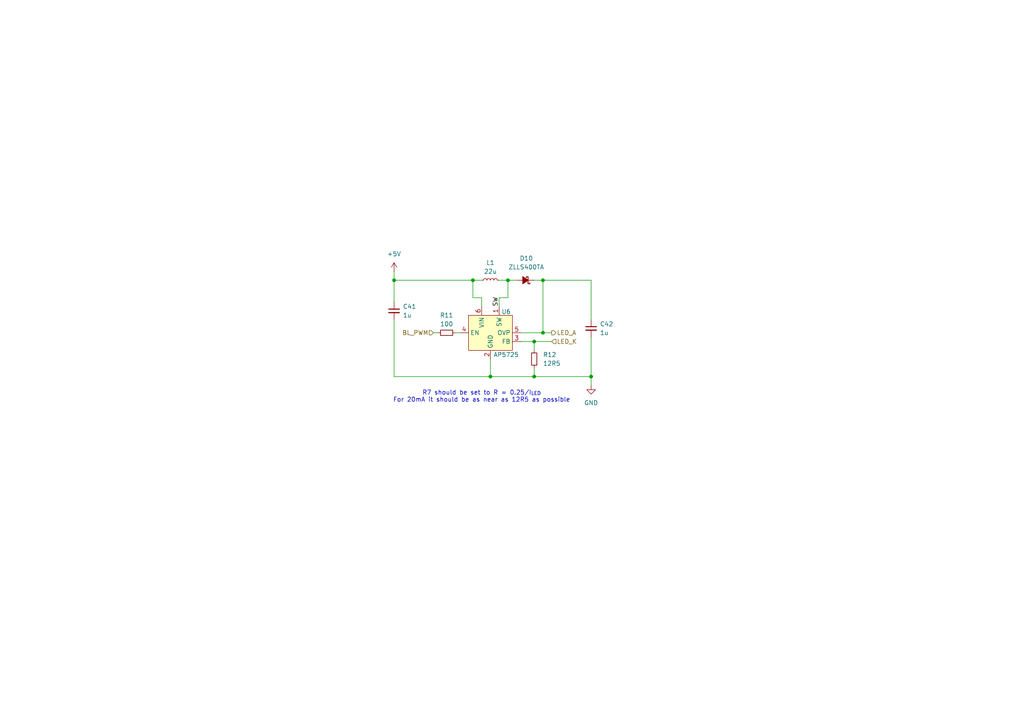
<source format=kicad_sch>
(kicad_sch (version 20231120) (generator "eeschema") (generator_version "8.0")
  (paper "A4")
  (title_block (title "Backlight Driver") (date "2024-03-11") (rev "1") (company "https://github.com/Cuprum77"))
  (lib_symbols
    (symbol "AP5725:AP5725"
      (property "Reference" "U" (at 0 9.398 0))
      (property "Value" "AP5725" (at 4.572 -6.604 0))
      (property "Footprint" "Package_TO_SOT_SMD:SOT-23-6" (at -0.254 -13.97 0))
      (symbol "AP5725_1_1"
        (rectangle (start -6.35 5.08) (end 6.35 -5.08) (fill (type background)))
        (pin input line (at 2.54 7.62 270) (length 2.54) (name "SW") (number "1"))
        (pin input line (at 0 -7.62 90) (length 2.54) (name "GND") (number "2"))
        (pin input line (at 8.89 -2.54 180) (length 2.54) (name "FB") (number "3"))
        (pin input line (at -8.89 0 0) (length 2.54) (name "EN") (number "4"))
        (pin input line (at 8.89 0 180) (length 2.54) (name "OVP") (number "5"))
        (pin input line (at -2.54 7.62 270) (length 2.54) (name "VIN") (number "6"))
      )
    )
    (symbol "Device:C_Small" (pin_numbers hide) (pin_names (offset 0.254) hide)
      (property "Reference" "C" (at 0.254 1.778 0))
      (property "Value" "C_Small" (at 0.254 -2.032 0))
      (symbol "C_Small_0_1"
        (polyline (pts (xy -1.524 -0.508) (xy 1.524 -0.508)) (stroke (width 0.3302)))
        (polyline (pts (xy -1.524 0.508) (xy 1.524 0.508)) (stroke (width 0.3048)))
      )
      (symbol "C_Small_1_1"
        (pin passive line (at 0 2.54 270) (length 2.032) (name "~") (number "1"))
        (pin passive line (at 0 -2.54 90) (length 2.032) (name "~") (number "2"))
      )
    )
    (symbol "Device:D_Schottky_Small_Filled" (pin_numbers hide) (pin_names (offset 0.254) hide)
      (property "Reference" "D" (at -1.27 2.032 0))
      (property "Value" "D_Schottky_Small_Filled" (at -7.112 -2.032 0))
      (symbol "D_Schottky_Small_Filled_0_1"
        (polyline (pts (xy -0.762 0) (xy 0.762 0)))
        (polyline (pts (xy 0.762 -1.016) (xy -0.762 0) (xy 0.762 1.016) (xy 0.762 -1.016)) (stroke (width 0.254)) (fill (type outline)))
        (polyline (pts (xy -1.27 0.762) (xy -1.27 1.016) (xy -0.762 1.016) (xy -0.762 -1.016) (xy -0.254 -1.016) (xy -0.254 -0.762)) (stroke (width 0.254)))
      )
      (symbol "D_Schottky_Small_Filled_1_1"
        (pin passive line (at -2.54 0 0) (length 1.778) (name "K") (number "1"))
        (pin passive line (at 2.54 0 180) (length 1.778) (name "A") (number "2"))
      )
    )
    (symbol "Device:L_Small" (pin_numbers hide) (pin_names (offset 0.254) hide)
      (property "Reference" "L" (at 0.762 1.016 0))
      (property "Value" "L_Small" (at 0.762 -1.016 0))
      (symbol "L_Small_0_1"
        (arc (start 0 -2.032) (mid 0.5058 -1.524) (end 0 -1.016))
        (arc (start 0 -1.016) (mid 0.5058 -0.508) (end 0 0))
        (arc (start 0 0) (mid 0.5058 0.508) (end 0 1.016))
        (arc (start 0 1.016) (mid 0.5058 1.524) (end 0 2.032))
      )
      (symbol "L_Small_1_1"
        (pin passive line (at 0 2.54 270) (length 0.508) (name "~") (number "1"))
        (pin passive line (at 0 -2.54 90) (length 0.508) (name "~") (number "2"))
      )
    )
    (symbol "Device:R_Small" (pin_numbers hide) (pin_names (offset 0.254) hide)
      (property "Reference" "R" (at 0.762 0.508 0))
      (property "Value" "R_Small" (at 0.762 -1.016 0))
      (symbol "R_Small_0_1"
        (rectangle (start -0.762 1.778) (end 0.762 -1.778) (stroke (width 0.2032)))
      )
      (symbol "R_Small_1_1"
        (pin passive line (at 0 2.54 270) (length 0.762) (name "~") (number "1"))
        (pin passive line (at 0 -2.54 90) (length 0.762) (name "~") (number "2"))
      )
    )
    (symbol "PCM_4ms_Power-symbol:GND" (power) (pin_names (offset 0))
      (property "Value" "GND" (at 0 -3.81 0))
      (symbol "GND_0_1"
        (polyline (pts (xy 0 0) (xy 0 -1.27) (xy 1.27 -1.27) (xy 0 -2.54) (xy -1.27 -1.27) (xy 0 -1.27)))
      )
      (symbol "GND_1_1"
        (pin power_in line (at 0 0 270) (length 0) hide (name "GND") (number "1"))
      )
    )
    (symbol "power:+5V" (power) (pin_numbers hide) (pin_names (offset 0) hide)
      (property "Value" "+5V" (at 0 3.556 0))
      (symbol "+5V_0_1"
        (polyline (pts (xy -0.762 1.27) (xy 0 2.54)))
        (polyline (pts (xy 0 0) (xy 0 2.54)))
        (polyline (pts (xy 0 2.54) (xy 0.762 1.27)))
      )
      (symbol "+5V_1_1"
        (pin power_in line (at 0 0 90) (length 0) (name "~") (number "1"))
      )
    )
  )
  (junction (at 114.3 81.28))
  (junction (at 157.48 81.28))
  (junction (at 154.94 109.22))
  (junction (at 171.45 109.22))
  (junction (at 157.48 96.52))
  (junction (at 147.32 81.28))
  (junction (at 154.94 99.06))
  (junction (at 142.24 109.22))
  (junction (at 137.16 81.28))
  (wire (pts (xy 114.3 81.28) (xy 137.16 81.28)))
  (wire (pts (xy 144.78 81.28) (xy 147.32 81.28)))
  (wire (pts (xy 147.32 81.28) (xy 149.86 81.28)))
  (wire (pts (xy 157.48 81.28) (xy 154.94 81.28)))
  (wire (pts (xy 142.24 109.22) (xy 154.94 109.22)))
  (wire (pts (xy 125.73 96.52) (xy 127 96.52)))
  (wire (pts (xy 137.16 86.36) (xy 137.16 81.28)))
  (wire (pts (xy 142.24 104.14) (xy 142.24 109.22)))
  (wire (pts (xy 171.45 111.76) (xy 171.45 109.22)))
  (wire (pts (xy 114.3 78.74) (xy 114.3 81.28)))
  (wire (pts (xy 154.94 99.06) (xy 151.13 99.06)))
  (wire (pts (xy 171.45 92.71) (xy 171.45 81.28)))
  (wire (pts (xy 114.3 92.71) (xy 114.3 109.22)))
  (wire (pts (xy 139.7 88.9) (xy 139.7 86.36)))
  (wire (pts (xy 157.48 96.52) (xy 160.02 96.52)))
  (wire (pts (xy 147.32 86.36) (xy 147.32 81.28)))
  (wire (pts (xy 154.94 106.68) (xy 154.94 109.22)))
  (wire (pts (xy 157.48 81.28) (xy 171.45 81.28)))
  (wire (pts (xy 132.08 96.52) (xy 133.35 96.52)))
  (wire (pts (xy 171.45 109.22) (xy 154.94 109.22)))
  (wire (pts (xy 171.45 97.79) (xy 171.45 109.22)))
  (wire (pts (xy 144.78 88.9) (xy 144.78 86.36)))
  (wire (pts (xy 151.13 96.52) (xy 157.48 96.52)))
  (wire (pts (xy 114.3 109.22) (xy 142.24 109.22)))
  (wire (pts (xy 144.78 86.36) (xy 147.32 86.36)))
  (wire (pts (xy 137.16 81.28) (xy 139.7 81.28)))
  (wire (pts (xy 157.48 96.52) (xy 157.48 81.28)))
  (wire (pts (xy 139.7 86.36) (xy 137.16 86.36)))
  (wire (pts (xy 114.3 81.28) (xy 114.3 87.63)))
  (wire (pts (xy 154.94 101.6) (xy 154.94 99.06)))
  (wire (pts (xy 154.94 99.06) (xy 160.02 99.06)))
  (text "R7 should be set to R = 0.25/I_{LED}\nFor 20mA it should be as near as 12R5 as possible" (at 139.7 115.062 0) (effects (font (size 1.27 1.27))))
  (label "SW" (at 144.78 88.9 90))
  (hierarchical_label "LED_A" (shape output) (at 160.02 96.52 0))
  (hierarchical_label "BL_PWM" (shape input) (at 125.73 96.52 180))
  (hierarchical_label "LED_K" (shape input) (at 160.02 99.06 0))
  (symbol (lib_id "PCM_4ms_Power-symbol:GND") (at 336.55 210.82 0) (unit 1)
    (property "Reference" "#PWR048" (effects (hide yes)))
    (property "Value" "GND" (at 336.55 215.9 0))
  )
  (symbol (lib_id "Device:D_Schottky_Small_Filled") (at 152.4 81.28 180) (unit 1)
    (property "Reference" "D10" (at 152.654 74.93 0))
    (property "Value" "ZLLS400TA" (at 152.654 77.47 0))
    (property "Footprint" "Diode_SMD:D_SOD-323" (effects (hide yes)))
    (property "Description" "Schottky diode, small symbol, filled shape" (effects (hide yes)))
  )
  (symbol (lib_id "Device:C_Small") (at 114.3 90.17 0) (unit 1)
    (property "Reference" "C41" (at 116.84 88.9062 0) (effects (justify left)))
    (property "Value" "1u" (at 116.84 91.4462 0) (effects (justify left)))
    (property "Footprint" "KiCAD Library:C_0402_1005Metric" (effects (hide yes)))
    (property "Description" "Unpolarized capacitor, small symbol" (effects (hide yes)))
  )
  (symbol (lib_id "Device:R_Small") (at 154.94 104.14 0) (unit 1)
    (property "Reference" "R12" (at 157.48 102.8699 0) (effects (justify left)))
    (property "Value" "12R5" (at 157.48 105.4099 0) (effects (justify left)))
    (property "Footprint" "KiCAD Library:R_0402_1005Metric" (effects (hide yes)))
    (property "Description" "Resistor, small symbol" (effects (hide yes)))
  )
  (symbol (lib_id "Device:R_Small") (at 129.54 96.52 90) (unit 1)
    (property "Reference" "R11" (at 129.54 91.44 90))
    (property "Value" "100" (at 129.54 93.98 90))
    (property "Footprint" "KiCAD Library:R_0402_1005Metric" (effects (hide yes)))
    (property "Description" "Resistor, small symbol" (effects (hide yes)))
  )
  (symbol (lib_id "power:+5V") (at 114.3 78.74 0) (unit 1)
    (property "Reference" "#PWR046" (effects (hide yes)))
    (property "Value" "+5V" (at 114.3 73.66 0))
    (property "Description" "Power symbol creates a global label with name \"+5V\"" (effects (hide yes)))
  )
  (symbol (lib_id "PCM_4ms_Power-symbol:GND") (at 171.45 111.76 0) (unit 1)
    (property "Reference" "#PWR047" (effects (hide yes)))
    (property "Value" "GND" (at 171.45 116.84 0))
  )
  (symbol (lib_id "Device:L_Small") (at 142.24 81.28 90) (unit 1)
    (property "Reference" "L1" (at 142.24 76.2 90))
    (property "Value" "22u" (at 142.24 78.74 90))
    (property "Footprint" "KiCAD Library:XRNR4012" (effects (hide yes)))
    (property "Description" "Inductor, small symbol" (effects (hide yes)))
  )
  (symbol (lib_id "Device:C_Small") (at 171.45 95.25 0) (unit 1)
    (property "Reference" "C42" (at 173.99 93.9862 0) (effects (justify left)))
    (property "Value" "1u" (at 173.99 96.5262 0) (effects (justify left)))
    (property "Footprint" "KiCAD Library:C_0603_1608Metric" (effects (hide yes)))
    (property "Description" "Unpolarized capacitor, small symbol" (effects (hide yes)))
  )
  (symbol (lib_id "AP5725:AP5725") (at 142.24 96.52 0) (unit 1)
    (property "Reference" "U6" (at 146.812 90.424 0))
    (property "Value" "AP5725" (at 146.812 102.87 0))
    (property "Footprint" "Package_TO_SOT_SMD:SOT-23-6" (effects (hide yes)))
  )
)
</source>
